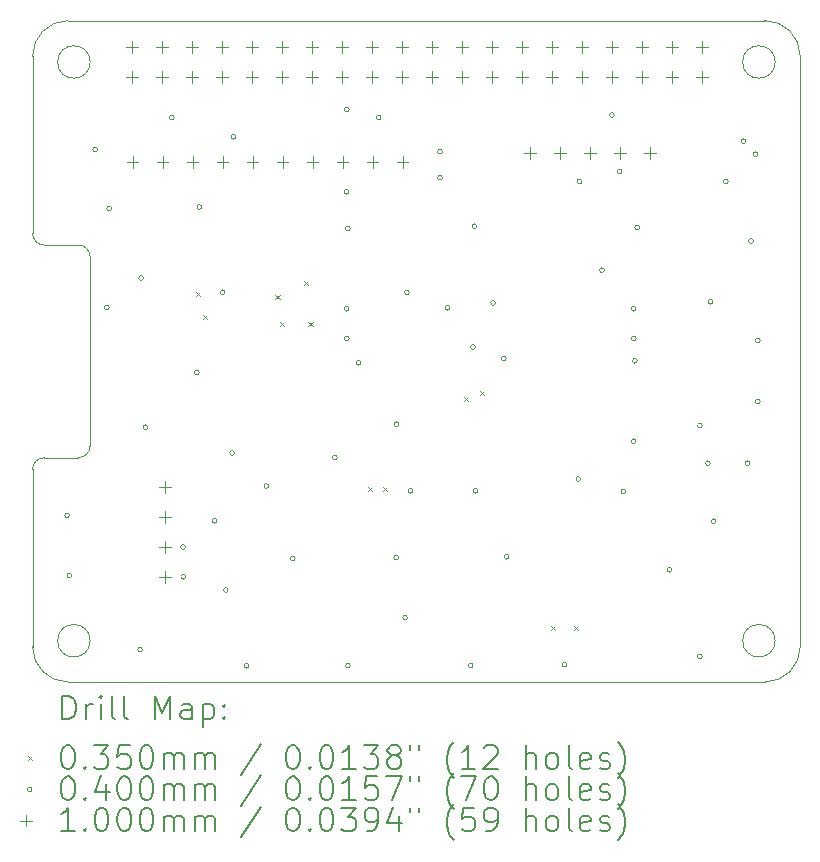
<source format=gbr>
%FSLAX45Y45*%
G04 Gerber Fmt 4.5, Leading zero omitted, Abs format (unit mm)*
G04 Created by KiCad (PCBNEW (6.0.2)) date 2022-03-22 22:12:15*
%MOMM*%
%LPD*%
G01*
G04 APERTURE LIST*
%TA.AperFunction,Profile*%
%ADD10C,0.100000*%
%TD*%
%ADD11C,0.200000*%
%ADD12C,0.035000*%
%ADD13C,0.040000*%
%ADD14C,0.100000*%
G04 APERTURE END LIST*
D10*
X15500000Y-8300000D02*
X15500000Y-13300000D01*
X9100000Y-9900000D02*
X9387500Y-9900000D01*
X15200000Y-13600000D02*
X9300000Y-13600000D01*
X9387500Y-11700000D02*
G75*
G03*
X9487500Y-11600000I0J100000D01*
G01*
X9487500Y-10000000D02*
X9487500Y-10800000D01*
X9487500Y-10800000D02*
X9487500Y-11600000D01*
X9487500Y-8350000D02*
G75*
G03*
X9487500Y-8350000I-137500J0D01*
G01*
X9487500Y-10000000D02*
G75*
G03*
X9387500Y-9900000I-100000J0D01*
G01*
X9300000Y-8000000D02*
X15200000Y-8000000D01*
X15287500Y-13250000D02*
G75*
G03*
X15287500Y-13250000I-137500J0D01*
G01*
X9000000Y-9800000D02*
G75*
G03*
X9100000Y-9900000I100000J0D01*
G01*
X15200000Y-13600000D02*
G75*
G03*
X15500000Y-13300000I0J300000D01*
G01*
X9100000Y-11700000D02*
G75*
G03*
X9000000Y-11800000I0J-100000D01*
G01*
X9487500Y-13250000D02*
G75*
G03*
X9487500Y-13250000I-137500J0D01*
G01*
X9100000Y-11700000D02*
X9387500Y-11700000D01*
X9300000Y-8000000D02*
G75*
G03*
X9000000Y-8300000I0J-300000D01*
G01*
X15287500Y-8350000D02*
G75*
G03*
X15287500Y-8350000I-137500J0D01*
G01*
X15500000Y-8300000D02*
G75*
G03*
X15200000Y-8000000I-300000J0D01*
G01*
X9000000Y-11800000D02*
X9000000Y-13300000D01*
X9000000Y-13300000D02*
G75*
G03*
X9300000Y-13600000I300000J0D01*
G01*
X9000000Y-8300000D02*
X9000000Y-9800000D01*
D11*
D12*
X10380210Y-10293430D02*
X10415210Y-10328430D01*
X10415210Y-10293430D02*
X10380210Y-10328430D01*
X10442500Y-10491500D02*
X10477500Y-10526500D01*
X10477500Y-10491500D02*
X10442500Y-10526500D01*
X11056500Y-10319500D02*
X11091500Y-10354500D01*
X11091500Y-10319500D02*
X11056500Y-10354500D01*
X11093500Y-10547591D02*
X11128500Y-10582591D01*
X11128500Y-10547591D02*
X11093500Y-10582591D01*
X11297500Y-10201500D02*
X11332500Y-10236500D01*
X11332500Y-10201500D02*
X11297500Y-10236500D01*
X11335741Y-10547612D02*
X11370741Y-10582612D01*
X11370741Y-10547612D02*
X11335741Y-10582612D01*
X11837350Y-11948500D02*
X11872350Y-11983500D01*
X11872350Y-11948500D02*
X11837350Y-11983500D01*
X11967650Y-11948500D02*
X12002650Y-11983500D01*
X12002650Y-11948500D02*
X11967650Y-11983500D01*
X12653432Y-11183568D02*
X12688432Y-11218568D01*
X12688432Y-11183568D02*
X12653432Y-11218568D01*
X12784753Y-11131588D02*
X12819753Y-11166588D01*
X12819753Y-11131588D02*
X12784753Y-11166588D01*
X13390500Y-13125500D02*
X13425500Y-13160500D01*
X13425500Y-13125500D02*
X13390500Y-13160500D01*
X13584500Y-13125500D02*
X13619500Y-13160500D01*
X13619500Y-13125500D02*
X13584500Y-13160500D01*
D13*
X9312000Y-12189000D02*
G75*
G03*
X9312000Y-12189000I-20000J0D01*
G01*
X9332000Y-12699000D02*
G75*
G03*
X9332000Y-12699000I-20000J0D01*
G01*
X9550000Y-9090000D02*
G75*
G03*
X9550000Y-9090000I-20000J0D01*
G01*
X9649000Y-10430000D02*
G75*
G03*
X9649000Y-10430000I-20000J0D01*
G01*
X9670000Y-9590000D02*
G75*
G03*
X9670000Y-9590000I-20000J0D01*
G01*
X9931000Y-13326000D02*
G75*
G03*
X9931000Y-13326000I-20000J0D01*
G01*
X9940000Y-10180000D02*
G75*
G03*
X9940000Y-10180000I-20000J0D01*
G01*
X9975000Y-11442000D02*
G75*
G03*
X9975000Y-11442000I-20000J0D01*
G01*
X10200000Y-8820000D02*
G75*
G03*
X10200000Y-8820000I-20000J0D01*
G01*
X10295000Y-12456000D02*
G75*
G03*
X10295000Y-12456000I-20000J0D01*
G01*
X10296000Y-12709000D02*
G75*
G03*
X10296000Y-12709000I-20000J0D01*
G01*
X10410000Y-10980000D02*
G75*
G03*
X10410000Y-10980000I-20000J0D01*
G01*
X10433000Y-9578000D02*
G75*
G03*
X10433000Y-9578000I-20000J0D01*
G01*
X10561000Y-12236000D02*
G75*
G03*
X10561000Y-12236000I-20000J0D01*
G01*
X10630000Y-10300000D02*
G75*
G03*
X10630000Y-10300000I-20000J0D01*
G01*
X10656000Y-12821000D02*
G75*
G03*
X10656000Y-12821000I-20000J0D01*
G01*
X10710000Y-11660000D02*
G75*
G03*
X10710000Y-11660000I-20000J0D01*
G01*
X10722000Y-8984000D02*
G75*
G03*
X10722000Y-8984000I-20000J0D01*
G01*
X10831000Y-13462000D02*
G75*
G03*
X10831000Y-13462000I-20000J0D01*
G01*
X11000000Y-11940000D02*
G75*
G03*
X11000000Y-11940000I-20000J0D01*
G01*
X11224000Y-12554000D02*
G75*
G03*
X11224000Y-12554000I-20000J0D01*
G01*
X11580000Y-11700000D02*
G75*
G03*
X11580000Y-11700000I-20000J0D01*
G01*
X11679000Y-9450000D02*
G75*
G03*
X11679000Y-9450000I-20000J0D01*
G01*
X11680000Y-10440000D02*
G75*
G03*
X11680000Y-10440000I-20000J0D01*
G01*
X11680000Y-10690000D02*
G75*
G03*
X11680000Y-10690000I-20000J0D01*
G01*
X11681000Y-8754000D02*
G75*
G03*
X11681000Y-8754000I-20000J0D01*
G01*
X11690000Y-9760000D02*
G75*
G03*
X11690000Y-9760000I-20000J0D01*
G01*
X11690000Y-13462000D02*
G75*
G03*
X11690000Y-13462000I-20000J0D01*
G01*
X11780000Y-10896000D02*
G75*
G03*
X11780000Y-10896000I-20000J0D01*
G01*
X11950000Y-8820000D02*
G75*
G03*
X11950000Y-8820000I-20000J0D01*
G01*
X12099000Y-12546000D02*
G75*
G03*
X12099000Y-12546000I-20000J0D01*
G01*
X12101510Y-11415283D02*
G75*
G03*
X12101510Y-11415283I-20000J0D01*
G01*
X12174000Y-13054000D02*
G75*
G03*
X12174000Y-13054000I-20000J0D01*
G01*
X12190000Y-10300000D02*
G75*
G03*
X12190000Y-10300000I-20000J0D01*
G01*
X12220000Y-11980000D02*
G75*
G03*
X12220000Y-11980000I-20000J0D01*
G01*
X12470000Y-9110000D02*
G75*
G03*
X12470000Y-9110000I-20000J0D01*
G01*
X12470000Y-9330000D02*
G75*
G03*
X12470000Y-9330000I-20000J0D01*
G01*
X12533000Y-10431000D02*
G75*
G03*
X12533000Y-10431000I-20000J0D01*
G01*
X12729000Y-13460000D02*
G75*
G03*
X12729000Y-13460000I-20000J0D01*
G01*
X12750000Y-10764000D02*
G75*
G03*
X12750000Y-10764000I-20000J0D01*
G01*
X12760000Y-9740000D02*
G75*
G03*
X12760000Y-9740000I-20000J0D01*
G01*
X12770000Y-11980000D02*
G75*
G03*
X12770000Y-11980000I-20000J0D01*
G01*
X12920000Y-10390000D02*
G75*
G03*
X12920000Y-10390000I-20000J0D01*
G01*
X13010000Y-10860000D02*
G75*
G03*
X13010000Y-10860000I-20000J0D01*
G01*
X13034000Y-12539000D02*
G75*
G03*
X13034000Y-12539000I-20000J0D01*
G01*
X13524000Y-13452000D02*
G75*
G03*
X13524000Y-13452000I-20000J0D01*
G01*
X13640000Y-11881000D02*
G75*
G03*
X13640000Y-11881000I-20000J0D01*
G01*
X13651000Y-9362000D02*
G75*
G03*
X13651000Y-9362000I-20000J0D01*
G01*
X13841000Y-10113000D02*
G75*
G03*
X13841000Y-10113000I-20000J0D01*
G01*
X13925000Y-8800000D02*
G75*
G03*
X13925000Y-8800000I-20000J0D01*
G01*
X13991000Y-9276000D02*
G75*
G03*
X13991000Y-9276000I-20000J0D01*
G01*
X14023000Y-11987000D02*
G75*
G03*
X14023000Y-11987000I-20000J0D01*
G01*
X14110000Y-10440000D02*
G75*
G03*
X14110000Y-10440000I-20000J0D01*
G01*
X14110000Y-10690000D02*
G75*
G03*
X14110000Y-10690000I-20000J0D01*
G01*
X14110000Y-11560000D02*
G75*
G03*
X14110000Y-11560000I-20000J0D01*
G01*
X14120000Y-10880000D02*
G75*
G03*
X14120000Y-10880000I-20000J0D01*
G01*
X14140000Y-9750000D02*
G75*
G03*
X14140000Y-9750000I-20000J0D01*
G01*
X14411000Y-12650000D02*
G75*
G03*
X14411000Y-12650000I-20000J0D01*
G01*
X14669000Y-13384000D02*
G75*
G03*
X14669000Y-13384000I-20000J0D01*
G01*
X14670000Y-11430000D02*
G75*
G03*
X14670000Y-11430000I-20000J0D01*
G01*
X14738000Y-11747000D02*
G75*
G03*
X14738000Y-11747000I-20000J0D01*
G01*
X14760000Y-10380000D02*
G75*
G03*
X14760000Y-10380000I-20000J0D01*
G01*
X14787000Y-12238000D02*
G75*
G03*
X14787000Y-12238000I-20000J0D01*
G01*
X14890000Y-9360000D02*
G75*
G03*
X14890000Y-9360000I-20000J0D01*
G01*
X15040000Y-9020000D02*
G75*
G03*
X15040000Y-9020000I-20000J0D01*
G01*
X15074000Y-11747000D02*
G75*
G03*
X15074000Y-11747000I-20000J0D01*
G01*
X15104000Y-9866000D02*
G75*
G03*
X15104000Y-9866000I-20000J0D01*
G01*
X15140000Y-9130000D02*
G75*
G03*
X15140000Y-9130000I-20000J0D01*
G01*
X15160000Y-10709000D02*
G75*
G03*
X15160000Y-10709000I-20000J0D01*
G01*
X15160000Y-11224000D02*
G75*
G03*
X15160000Y-11224000I-20000J0D01*
G01*
D14*
X9840000Y-8175000D02*
X9840000Y-8275000D01*
X9790000Y-8225000D02*
X9890000Y-8225000D01*
X9840000Y-8429000D02*
X9840000Y-8529000D01*
X9790000Y-8479000D02*
X9890000Y-8479000D01*
X9847000Y-9150000D02*
X9847000Y-9250000D01*
X9797000Y-9200000D02*
X9897000Y-9200000D01*
X10094000Y-8175000D02*
X10094000Y-8275000D01*
X10044000Y-8225000D02*
X10144000Y-8225000D01*
X10094000Y-8429000D02*
X10094000Y-8529000D01*
X10044000Y-8479000D02*
X10144000Y-8479000D01*
X10101000Y-9150000D02*
X10101000Y-9250000D01*
X10051000Y-9200000D02*
X10151000Y-9200000D01*
X10120000Y-11898000D02*
X10120000Y-11998000D01*
X10070000Y-11948000D02*
X10170000Y-11948000D01*
X10120000Y-12152000D02*
X10120000Y-12252000D01*
X10070000Y-12202000D02*
X10170000Y-12202000D01*
X10120000Y-12406000D02*
X10120000Y-12506000D01*
X10070000Y-12456000D02*
X10170000Y-12456000D01*
X10120000Y-12660000D02*
X10120000Y-12760000D01*
X10070000Y-12710000D02*
X10170000Y-12710000D01*
X10348000Y-8175000D02*
X10348000Y-8275000D01*
X10298000Y-8225000D02*
X10398000Y-8225000D01*
X10348000Y-8429000D02*
X10348000Y-8529000D01*
X10298000Y-8479000D02*
X10398000Y-8479000D01*
X10355000Y-9150000D02*
X10355000Y-9250000D01*
X10305000Y-9200000D02*
X10405000Y-9200000D01*
X10602000Y-8175000D02*
X10602000Y-8275000D01*
X10552000Y-8225000D02*
X10652000Y-8225000D01*
X10602000Y-8429000D02*
X10602000Y-8529000D01*
X10552000Y-8479000D02*
X10652000Y-8479000D01*
X10609000Y-9150000D02*
X10609000Y-9250000D01*
X10559000Y-9200000D02*
X10659000Y-9200000D01*
X10856000Y-8175000D02*
X10856000Y-8275000D01*
X10806000Y-8225000D02*
X10906000Y-8225000D01*
X10856000Y-8429000D02*
X10856000Y-8529000D01*
X10806000Y-8479000D02*
X10906000Y-8479000D01*
X10863000Y-9150000D02*
X10863000Y-9250000D01*
X10813000Y-9200000D02*
X10913000Y-9200000D01*
X11110000Y-8175000D02*
X11110000Y-8275000D01*
X11060000Y-8225000D02*
X11160000Y-8225000D01*
X11110000Y-8429000D02*
X11110000Y-8529000D01*
X11060000Y-8479000D02*
X11160000Y-8479000D01*
X11117000Y-9150000D02*
X11117000Y-9250000D01*
X11067000Y-9200000D02*
X11167000Y-9200000D01*
X11364000Y-8175000D02*
X11364000Y-8275000D01*
X11314000Y-8225000D02*
X11414000Y-8225000D01*
X11364000Y-8429000D02*
X11364000Y-8529000D01*
X11314000Y-8479000D02*
X11414000Y-8479000D01*
X11371000Y-9150000D02*
X11371000Y-9250000D01*
X11321000Y-9200000D02*
X11421000Y-9200000D01*
X11618000Y-8175000D02*
X11618000Y-8275000D01*
X11568000Y-8225000D02*
X11668000Y-8225000D01*
X11618000Y-8429000D02*
X11618000Y-8529000D01*
X11568000Y-8479000D02*
X11668000Y-8479000D01*
X11625000Y-9150000D02*
X11625000Y-9250000D01*
X11575000Y-9200000D02*
X11675000Y-9200000D01*
X11872000Y-8175000D02*
X11872000Y-8275000D01*
X11822000Y-8225000D02*
X11922000Y-8225000D01*
X11872000Y-8429000D02*
X11872000Y-8529000D01*
X11822000Y-8479000D02*
X11922000Y-8479000D01*
X11879000Y-9150000D02*
X11879000Y-9250000D01*
X11829000Y-9200000D02*
X11929000Y-9200000D01*
X12126000Y-8175000D02*
X12126000Y-8275000D01*
X12076000Y-8225000D02*
X12176000Y-8225000D01*
X12126000Y-8429000D02*
X12126000Y-8529000D01*
X12076000Y-8479000D02*
X12176000Y-8479000D01*
X12133000Y-9150000D02*
X12133000Y-9250000D01*
X12083000Y-9200000D02*
X12183000Y-9200000D01*
X12380000Y-8175000D02*
X12380000Y-8275000D01*
X12330000Y-8225000D02*
X12430000Y-8225000D01*
X12380000Y-8429000D02*
X12380000Y-8529000D01*
X12330000Y-8479000D02*
X12430000Y-8479000D01*
X12634000Y-8175000D02*
X12634000Y-8275000D01*
X12584000Y-8225000D02*
X12684000Y-8225000D01*
X12634000Y-8429000D02*
X12634000Y-8529000D01*
X12584000Y-8479000D02*
X12684000Y-8479000D01*
X12888000Y-8175000D02*
X12888000Y-8275000D01*
X12838000Y-8225000D02*
X12938000Y-8225000D01*
X12888000Y-8429000D02*
X12888000Y-8529000D01*
X12838000Y-8479000D02*
X12938000Y-8479000D01*
X13142000Y-8175000D02*
X13142000Y-8275000D01*
X13092000Y-8225000D02*
X13192000Y-8225000D01*
X13142000Y-8429000D02*
X13142000Y-8529000D01*
X13092000Y-8479000D02*
X13192000Y-8479000D01*
X13209000Y-9072500D02*
X13209000Y-9172500D01*
X13159000Y-9122500D02*
X13259000Y-9122500D01*
X13396000Y-8175000D02*
X13396000Y-8275000D01*
X13346000Y-8225000D02*
X13446000Y-8225000D01*
X13396000Y-8429000D02*
X13396000Y-8529000D01*
X13346000Y-8479000D02*
X13446000Y-8479000D01*
X13463000Y-9072500D02*
X13463000Y-9172500D01*
X13413000Y-9122500D02*
X13513000Y-9122500D01*
X13650000Y-8175000D02*
X13650000Y-8275000D01*
X13600000Y-8225000D02*
X13700000Y-8225000D01*
X13650000Y-8429000D02*
X13650000Y-8529000D01*
X13600000Y-8479000D02*
X13700000Y-8479000D01*
X13717000Y-9072500D02*
X13717000Y-9172500D01*
X13667000Y-9122500D02*
X13767000Y-9122500D01*
X13904000Y-8175000D02*
X13904000Y-8275000D01*
X13854000Y-8225000D02*
X13954000Y-8225000D01*
X13904000Y-8429000D02*
X13904000Y-8529000D01*
X13854000Y-8479000D02*
X13954000Y-8479000D01*
X13971000Y-9072500D02*
X13971000Y-9172500D01*
X13921000Y-9122500D02*
X14021000Y-9122500D01*
X14158000Y-8175000D02*
X14158000Y-8275000D01*
X14108000Y-8225000D02*
X14208000Y-8225000D01*
X14158000Y-8429000D02*
X14158000Y-8529000D01*
X14108000Y-8479000D02*
X14208000Y-8479000D01*
X14225000Y-9072500D02*
X14225000Y-9172500D01*
X14175000Y-9122500D02*
X14275000Y-9122500D01*
X14412000Y-8175000D02*
X14412000Y-8275000D01*
X14362000Y-8225000D02*
X14462000Y-8225000D01*
X14412000Y-8429000D02*
X14412000Y-8529000D01*
X14362000Y-8479000D02*
X14462000Y-8479000D01*
X14666000Y-8175000D02*
X14666000Y-8275000D01*
X14616000Y-8225000D02*
X14716000Y-8225000D01*
X14666000Y-8429000D02*
X14666000Y-8529000D01*
X14616000Y-8479000D02*
X14716000Y-8479000D01*
D11*
X9252619Y-13915476D02*
X9252619Y-13715476D01*
X9300238Y-13715476D01*
X9328810Y-13725000D01*
X9347857Y-13744048D01*
X9357381Y-13763095D01*
X9366905Y-13801190D01*
X9366905Y-13829762D01*
X9357381Y-13867857D01*
X9347857Y-13886905D01*
X9328810Y-13905952D01*
X9300238Y-13915476D01*
X9252619Y-13915476D01*
X9452619Y-13915476D02*
X9452619Y-13782143D01*
X9452619Y-13820238D02*
X9462143Y-13801190D01*
X9471667Y-13791667D01*
X9490714Y-13782143D01*
X9509762Y-13782143D01*
X9576429Y-13915476D02*
X9576429Y-13782143D01*
X9576429Y-13715476D02*
X9566905Y-13725000D01*
X9576429Y-13734524D01*
X9585952Y-13725000D01*
X9576429Y-13715476D01*
X9576429Y-13734524D01*
X9700238Y-13915476D02*
X9681190Y-13905952D01*
X9671667Y-13886905D01*
X9671667Y-13715476D01*
X9805000Y-13915476D02*
X9785952Y-13905952D01*
X9776429Y-13886905D01*
X9776429Y-13715476D01*
X10033571Y-13915476D02*
X10033571Y-13715476D01*
X10100238Y-13858333D01*
X10166905Y-13715476D01*
X10166905Y-13915476D01*
X10347857Y-13915476D02*
X10347857Y-13810714D01*
X10338333Y-13791667D01*
X10319286Y-13782143D01*
X10281190Y-13782143D01*
X10262143Y-13791667D01*
X10347857Y-13905952D02*
X10328810Y-13915476D01*
X10281190Y-13915476D01*
X10262143Y-13905952D01*
X10252619Y-13886905D01*
X10252619Y-13867857D01*
X10262143Y-13848809D01*
X10281190Y-13839286D01*
X10328810Y-13839286D01*
X10347857Y-13829762D01*
X10443095Y-13782143D02*
X10443095Y-13982143D01*
X10443095Y-13791667D02*
X10462143Y-13782143D01*
X10500238Y-13782143D01*
X10519286Y-13791667D01*
X10528810Y-13801190D01*
X10538333Y-13820238D01*
X10538333Y-13877381D01*
X10528810Y-13896428D01*
X10519286Y-13905952D01*
X10500238Y-13915476D01*
X10462143Y-13915476D01*
X10443095Y-13905952D01*
X10624048Y-13896428D02*
X10633571Y-13905952D01*
X10624048Y-13915476D01*
X10614524Y-13905952D01*
X10624048Y-13896428D01*
X10624048Y-13915476D01*
X10624048Y-13791667D02*
X10633571Y-13801190D01*
X10624048Y-13810714D01*
X10614524Y-13801190D01*
X10624048Y-13791667D01*
X10624048Y-13810714D01*
D12*
X8960000Y-14227500D02*
X8995000Y-14262500D01*
X8995000Y-14227500D02*
X8960000Y-14262500D01*
D11*
X9290714Y-14135476D02*
X9309762Y-14135476D01*
X9328810Y-14145000D01*
X9338333Y-14154524D01*
X9347857Y-14173571D01*
X9357381Y-14211667D01*
X9357381Y-14259286D01*
X9347857Y-14297381D01*
X9338333Y-14316428D01*
X9328810Y-14325952D01*
X9309762Y-14335476D01*
X9290714Y-14335476D01*
X9271667Y-14325952D01*
X9262143Y-14316428D01*
X9252619Y-14297381D01*
X9243095Y-14259286D01*
X9243095Y-14211667D01*
X9252619Y-14173571D01*
X9262143Y-14154524D01*
X9271667Y-14145000D01*
X9290714Y-14135476D01*
X9443095Y-14316428D02*
X9452619Y-14325952D01*
X9443095Y-14335476D01*
X9433571Y-14325952D01*
X9443095Y-14316428D01*
X9443095Y-14335476D01*
X9519286Y-14135476D02*
X9643095Y-14135476D01*
X9576429Y-14211667D01*
X9605000Y-14211667D01*
X9624048Y-14221190D01*
X9633571Y-14230714D01*
X9643095Y-14249762D01*
X9643095Y-14297381D01*
X9633571Y-14316428D01*
X9624048Y-14325952D01*
X9605000Y-14335476D01*
X9547857Y-14335476D01*
X9528810Y-14325952D01*
X9519286Y-14316428D01*
X9824048Y-14135476D02*
X9728810Y-14135476D01*
X9719286Y-14230714D01*
X9728810Y-14221190D01*
X9747857Y-14211667D01*
X9795476Y-14211667D01*
X9814524Y-14221190D01*
X9824048Y-14230714D01*
X9833571Y-14249762D01*
X9833571Y-14297381D01*
X9824048Y-14316428D01*
X9814524Y-14325952D01*
X9795476Y-14335476D01*
X9747857Y-14335476D01*
X9728810Y-14325952D01*
X9719286Y-14316428D01*
X9957381Y-14135476D02*
X9976429Y-14135476D01*
X9995476Y-14145000D01*
X10005000Y-14154524D01*
X10014524Y-14173571D01*
X10024048Y-14211667D01*
X10024048Y-14259286D01*
X10014524Y-14297381D01*
X10005000Y-14316428D01*
X9995476Y-14325952D01*
X9976429Y-14335476D01*
X9957381Y-14335476D01*
X9938333Y-14325952D01*
X9928810Y-14316428D01*
X9919286Y-14297381D01*
X9909762Y-14259286D01*
X9909762Y-14211667D01*
X9919286Y-14173571D01*
X9928810Y-14154524D01*
X9938333Y-14145000D01*
X9957381Y-14135476D01*
X10109762Y-14335476D02*
X10109762Y-14202143D01*
X10109762Y-14221190D02*
X10119286Y-14211667D01*
X10138333Y-14202143D01*
X10166905Y-14202143D01*
X10185952Y-14211667D01*
X10195476Y-14230714D01*
X10195476Y-14335476D01*
X10195476Y-14230714D02*
X10205000Y-14211667D01*
X10224048Y-14202143D01*
X10252619Y-14202143D01*
X10271667Y-14211667D01*
X10281190Y-14230714D01*
X10281190Y-14335476D01*
X10376429Y-14335476D02*
X10376429Y-14202143D01*
X10376429Y-14221190D02*
X10385952Y-14211667D01*
X10405000Y-14202143D01*
X10433571Y-14202143D01*
X10452619Y-14211667D01*
X10462143Y-14230714D01*
X10462143Y-14335476D01*
X10462143Y-14230714D02*
X10471667Y-14211667D01*
X10490714Y-14202143D01*
X10519286Y-14202143D01*
X10538333Y-14211667D01*
X10547857Y-14230714D01*
X10547857Y-14335476D01*
X10938333Y-14125952D02*
X10766905Y-14383095D01*
X11195476Y-14135476D02*
X11214524Y-14135476D01*
X11233571Y-14145000D01*
X11243095Y-14154524D01*
X11252619Y-14173571D01*
X11262143Y-14211667D01*
X11262143Y-14259286D01*
X11252619Y-14297381D01*
X11243095Y-14316428D01*
X11233571Y-14325952D01*
X11214524Y-14335476D01*
X11195476Y-14335476D01*
X11176429Y-14325952D01*
X11166905Y-14316428D01*
X11157381Y-14297381D01*
X11147857Y-14259286D01*
X11147857Y-14211667D01*
X11157381Y-14173571D01*
X11166905Y-14154524D01*
X11176429Y-14145000D01*
X11195476Y-14135476D01*
X11347857Y-14316428D02*
X11357381Y-14325952D01*
X11347857Y-14335476D01*
X11338333Y-14325952D01*
X11347857Y-14316428D01*
X11347857Y-14335476D01*
X11481190Y-14135476D02*
X11500238Y-14135476D01*
X11519286Y-14145000D01*
X11528809Y-14154524D01*
X11538333Y-14173571D01*
X11547857Y-14211667D01*
X11547857Y-14259286D01*
X11538333Y-14297381D01*
X11528809Y-14316428D01*
X11519286Y-14325952D01*
X11500238Y-14335476D01*
X11481190Y-14335476D01*
X11462143Y-14325952D01*
X11452619Y-14316428D01*
X11443095Y-14297381D01*
X11433571Y-14259286D01*
X11433571Y-14211667D01*
X11443095Y-14173571D01*
X11452619Y-14154524D01*
X11462143Y-14145000D01*
X11481190Y-14135476D01*
X11738333Y-14335476D02*
X11624048Y-14335476D01*
X11681190Y-14335476D02*
X11681190Y-14135476D01*
X11662143Y-14164048D01*
X11643095Y-14183095D01*
X11624048Y-14192619D01*
X11805000Y-14135476D02*
X11928809Y-14135476D01*
X11862143Y-14211667D01*
X11890714Y-14211667D01*
X11909762Y-14221190D01*
X11919286Y-14230714D01*
X11928809Y-14249762D01*
X11928809Y-14297381D01*
X11919286Y-14316428D01*
X11909762Y-14325952D01*
X11890714Y-14335476D01*
X11833571Y-14335476D01*
X11814524Y-14325952D01*
X11805000Y-14316428D01*
X12043095Y-14221190D02*
X12024048Y-14211667D01*
X12014524Y-14202143D01*
X12005000Y-14183095D01*
X12005000Y-14173571D01*
X12014524Y-14154524D01*
X12024048Y-14145000D01*
X12043095Y-14135476D01*
X12081190Y-14135476D01*
X12100238Y-14145000D01*
X12109762Y-14154524D01*
X12119286Y-14173571D01*
X12119286Y-14183095D01*
X12109762Y-14202143D01*
X12100238Y-14211667D01*
X12081190Y-14221190D01*
X12043095Y-14221190D01*
X12024048Y-14230714D01*
X12014524Y-14240238D01*
X12005000Y-14259286D01*
X12005000Y-14297381D01*
X12014524Y-14316428D01*
X12024048Y-14325952D01*
X12043095Y-14335476D01*
X12081190Y-14335476D01*
X12100238Y-14325952D01*
X12109762Y-14316428D01*
X12119286Y-14297381D01*
X12119286Y-14259286D01*
X12109762Y-14240238D01*
X12100238Y-14230714D01*
X12081190Y-14221190D01*
X12195476Y-14135476D02*
X12195476Y-14173571D01*
X12271667Y-14135476D02*
X12271667Y-14173571D01*
X12566905Y-14411667D02*
X12557381Y-14402143D01*
X12538333Y-14373571D01*
X12528809Y-14354524D01*
X12519286Y-14325952D01*
X12509762Y-14278333D01*
X12509762Y-14240238D01*
X12519286Y-14192619D01*
X12528809Y-14164048D01*
X12538333Y-14145000D01*
X12557381Y-14116428D01*
X12566905Y-14106905D01*
X12747857Y-14335476D02*
X12633571Y-14335476D01*
X12690714Y-14335476D02*
X12690714Y-14135476D01*
X12671667Y-14164048D01*
X12652619Y-14183095D01*
X12633571Y-14192619D01*
X12824048Y-14154524D02*
X12833571Y-14145000D01*
X12852619Y-14135476D01*
X12900238Y-14135476D01*
X12919286Y-14145000D01*
X12928809Y-14154524D01*
X12938333Y-14173571D01*
X12938333Y-14192619D01*
X12928809Y-14221190D01*
X12814524Y-14335476D01*
X12938333Y-14335476D01*
X13176428Y-14335476D02*
X13176428Y-14135476D01*
X13262143Y-14335476D02*
X13262143Y-14230714D01*
X13252619Y-14211667D01*
X13233571Y-14202143D01*
X13205000Y-14202143D01*
X13185952Y-14211667D01*
X13176428Y-14221190D01*
X13385952Y-14335476D02*
X13366905Y-14325952D01*
X13357381Y-14316428D01*
X13347857Y-14297381D01*
X13347857Y-14240238D01*
X13357381Y-14221190D01*
X13366905Y-14211667D01*
X13385952Y-14202143D01*
X13414524Y-14202143D01*
X13433571Y-14211667D01*
X13443095Y-14221190D01*
X13452619Y-14240238D01*
X13452619Y-14297381D01*
X13443095Y-14316428D01*
X13433571Y-14325952D01*
X13414524Y-14335476D01*
X13385952Y-14335476D01*
X13566905Y-14335476D02*
X13547857Y-14325952D01*
X13538333Y-14306905D01*
X13538333Y-14135476D01*
X13719286Y-14325952D02*
X13700238Y-14335476D01*
X13662143Y-14335476D01*
X13643095Y-14325952D01*
X13633571Y-14306905D01*
X13633571Y-14230714D01*
X13643095Y-14211667D01*
X13662143Y-14202143D01*
X13700238Y-14202143D01*
X13719286Y-14211667D01*
X13728809Y-14230714D01*
X13728809Y-14249762D01*
X13633571Y-14268809D01*
X13805000Y-14325952D02*
X13824048Y-14335476D01*
X13862143Y-14335476D01*
X13881190Y-14325952D01*
X13890714Y-14306905D01*
X13890714Y-14297381D01*
X13881190Y-14278333D01*
X13862143Y-14268809D01*
X13833571Y-14268809D01*
X13814524Y-14259286D01*
X13805000Y-14240238D01*
X13805000Y-14230714D01*
X13814524Y-14211667D01*
X13833571Y-14202143D01*
X13862143Y-14202143D01*
X13881190Y-14211667D01*
X13957381Y-14411667D02*
X13966905Y-14402143D01*
X13985952Y-14373571D01*
X13995476Y-14354524D01*
X14005000Y-14325952D01*
X14014524Y-14278333D01*
X14014524Y-14240238D01*
X14005000Y-14192619D01*
X13995476Y-14164048D01*
X13985952Y-14145000D01*
X13966905Y-14116428D01*
X13957381Y-14106905D01*
D13*
X8995000Y-14509000D02*
G75*
G03*
X8995000Y-14509000I-20000J0D01*
G01*
D11*
X9290714Y-14399476D02*
X9309762Y-14399476D01*
X9328810Y-14409000D01*
X9338333Y-14418524D01*
X9347857Y-14437571D01*
X9357381Y-14475667D01*
X9357381Y-14523286D01*
X9347857Y-14561381D01*
X9338333Y-14580428D01*
X9328810Y-14589952D01*
X9309762Y-14599476D01*
X9290714Y-14599476D01*
X9271667Y-14589952D01*
X9262143Y-14580428D01*
X9252619Y-14561381D01*
X9243095Y-14523286D01*
X9243095Y-14475667D01*
X9252619Y-14437571D01*
X9262143Y-14418524D01*
X9271667Y-14409000D01*
X9290714Y-14399476D01*
X9443095Y-14580428D02*
X9452619Y-14589952D01*
X9443095Y-14599476D01*
X9433571Y-14589952D01*
X9443095Y-14580428D01*
X9443095Y-14599476D01*
X9624048Y-14466143D02*
X9624048Y-14599476D01*
X9576429Y-14389952D02*
X9528810Y-14532809D01*
X9652619Y-14532809D01*
X9766905Y-14399476D02*
X9785952Y-14399476D01*
X9805000Y-14409000D01*
X9814524Y-14418524D01*
X9824048Y-14437571D01*
X9833571Y-14475667D01*
X9833571Y-14523286D01*
X9824048Y-14561381D01*
X9814524Y-14580428D01*
X9805000Y-14589952D01*
X9785952Y-14599476D01*
X9766905Y-14599476D01*
X9747857Y-14589952D01*
X9738333Y-14580428D01*
X9728810Y-14561381D01*
X9719286Y-14523286D01*
X9719286Y-14475667D01*
X9728810Y-14437571D01*
X9738333Y-14418524D01*
X9747857Y-14409000D01*
X9766905Y-14399476D01*
X9957381Y-14399476D02*
X9976429Y-14399476D01*
X9995476Y-14409000D01*
X10005000Y-14418524D01*
X10014524Y-14437571D01*
X10024048Y-14475667D01*
X10024048Y-14523286D01*
X10014524Y-14561381D01*
X10005000Y-14580428D01*
X9995476Y-14589952D01*
X9976429Y-14599476D01*
X9957381Y-14599476D01*
X9938333Y-14589952D01*
X9928810Y-14580428D01*
X9919286Y-14561381D01*
X9909762Y-14523286D01*
X9909762Y-14475667D01*
X9919286Y-14437571D01*
X9928810Y-14418524D01*
X9938333Y-14409000D01*
X9957381Y-14399476D01*
X10109762Y-14599476D02*
X10109762Y-14466143D01*
X10109762Y-14485190D02*
X10119286Y-14475667D01*
X10138333Y-14466143D01*
X10166905Y-14466143D01*
X10185952Y-14475667D01*
X10195476Y-14494714D01*
X10195476Y-14599476D01*
X10195476Y-14494714D02*
X10205000Y-14475667D01*
X10224048Y-14466143D01*
X10252619Y-14466143D01*
X10271667Y-14475667D01*
X10281190Y-14494714D01*
X10281190Y-14599476D01*
X10376429Y-14599476D02*
X10376429Y-14466143D01*
X10376429Y-14485190D02*
X10385952Y-14475667D01*
X10405000Y-14466143D01*
X10433571Y-14466143D01*
X10452619Y-14475667D01*
X10462143Y-14494714D01*
X10462143Y-14599476D01*
X10462143Y-14494714D02*
X10471667Y-14475667D01*
X10490714Y-14466143D01*
X10519286Y-14466143D01*
X10538333Y-14475667D01*
X10547857Y-14494714D01*
X10547857Y-14599476D01*
X10938333Y-14389952D02*
X10766905Y-14647095D01*
X11195476Y-14399476D02*
X11214524Y-14399476D01*
X11233571Y-14409000D01*
X11243095Y-14418524D01*
X11252619Y-14437571D01*
X11262143Y-14475667D01*
X11262143Y-14523286D01*
X11252619Y-14561381D01*
X11243095Y-14580428D01*
X11233571Y-14589952D01*
X11214524Y-14599476D01*
X11195476Y-14599476D01*
X11176429Y-14589952D01*
X11166905Y-14580428D01*
X11157381Y-14561381D01*
X11147857Y-14523286D01*
X11147857Y-14475667D01*
X11157381Y-14437571D01*
X11166905Y-14418524D01*
X11176429Y-14409000D01*
X11195476Y-14399476D01*
X11347857Y-14580428D02*
X11357381Y-14589952D01*
X11347857Y-14599476D01*
X11338333Y-14589952D01*
X11347857Y-14580428D01*
X11347857Y-14599476D01*
X11481190Y-14399476D02*
X11500238Y-14399476D01*
X11519286Y-14409000D01*
X11528809Y-14418524D01*
X11538333Y-14437571D01*
X11547857Y-14475667D01*
X11547857Y-14523286D01*
X11538333Y-14561381D01*
X11528809Y-14580428D01*
X11519286Y-14589952D01*
X11500238Y-14599476D01*
X11481190Y-14599476D01*
X11462143Y-14589952D01*
X11452619Y-14580428D01*
X11443095Y-14561381D01*
X11433571Y-14523286D01*
X11433571Y-14475667D01*
X11443095Y-14437571D01*
X11452619Y-14418524D01*
X11462143Y-14409000D01*
X11481190Y-14399476D01*
X11738333Y-14599476D02*
X11624048Y-14599476D01*
X11681190Y-14599476D02*
X11681190Y-14399476D01*
X11662143Y-14428048D01*
X11643095Y-14447095D01*
X11624048Y-14456619D01*
X11919286Y-14399476D02*
X11824048Y-14399476D01*
X11814524Y-14494714D01*
X11824048Y-14485190D01*
X11843095Y-14475667D01*
X11890714Y-14475667D01*
X11909762Y-14485190D01*
X11919286Y-14494714D01*
X11928809Y-14513762D01*
X11928809Y-14561381D01*
X11919286Y-14580428D01*
X11909762Y-14589952D01*
X11890714Y-14599476D01*
X11843095Y-14599476D01*
X11824048Y-14589952D01*
X11814524Y-14580428D01*
X11995476Y-14399476D02*
X12128809Y-14399476D01*
X12043095Y-14599476D01*
X12195476Y-14399476D02*
X12195476Y-14437571D01*
X12271667Y-14399476D02*
X12271667Y-14437571D01*
X12566905Y-14675667D02*
X12557381Y-14666143D01*
X12538333Y-14637571D01*
X12528809Y-14618524D01*
X12519286Y-14589952D01*
X12509762Y-14542333D01*
X12509762Y-14504238D01*
X12519286Y-14456619D01*
X12528809Y-14428048D01*
X12538333Y-14409000D01*
X12557381Y-14380428D01*
X12566905Y-14370905D01*
X12624048Y-14399476D02*
X12757381Y-14399476D01*
X12671667Y-14599476D01*
X12871667Y-14399476D02*
X12890714Y-14399476D01*
X12909762Y-14409000D01*
X12919286Y-14418524D01*
X12928809Y-14437571D01*
X12938333Y-14475667D01*
X12938333Y-14523286D01*
X12928809Y-14561381D01*
X12919286Y-14580428D01*
X12909762Y-14589952D01*
X12890714Y-14599476D01*
X12871667Y-14599476D01*
X12852619Y-14589952D01*
X12843095Y-14580428D01*
X12833571Y-14561381D01*
X12824048Y-14523286D01*
X12824048Y-14475667D01*
X12833571Y-14437571D01*
X12843095Y-14418524D01*
X12852619Y-14409000D01*
X12871667Y-14399476D01*
X13176428Y-14599476D02*
X13176428Y-14399476D01*
X13262143Y-14599476D02*
X13262143Y-14494714D01*
X13252619Y-14475667D01*
X13233571Y-14466143D01*
X13205000Y-14466143D01*
X13185952Y-14475667D01*
X13176428Y-14485190D01*
X13385952Y-14599476D02*
X13366905Y-14589952D01*
X13357381Y-14580428D01*
X13347857Y-14561381D01*
X13347857Y-14504238D01*
X13357381Y-14485190D01*
X13366905Y-14475667D01*
X13385952Y-14466143D01*
X13414524Y-14466143D01*
X13433571Y-14475667D01*
X13443095Y-14485190D01*
X13452619Y-14504238D01*
X13452619Y-14561381D01*
X13443095Y-14580428D01*
X13433571Y-14589952D01*
X13414524Y-14599476D01*
X13385952Y-14599476D01*
X13566905Y-14599476D02*
X13547857Y-14589952D01*
X13538333Y-14570905D01*
X13538333Y-14399476D01*
X13719286Y-14589952D02*
X13700238Y-14599476D01*
X13662143Y-14599476D01*
X13643095Y-14589952D01*
X13633571Y-14570905D01*
X13633571Y-14494714D01*
X13643095Y-14475667D01*
X13662143Y-14466143D01*
X13700238Y-14466143D01*
X13719286Y-14475667D01*
X13728809Y-14494714D01*
X13728809Y-14513762D01*
X13633571Y-14532809D01*
X13805000Y-14589952D02*
X13824048Y-14599476D01*
X13862143Y-14599476D01*
X13881190Y-14589952D01*
X13890714Y-14570905D01*
X13890714Y-14561381D01*
X13881190Y-14542333D01*
X13862143Y-14532809D01*
X13833571Y-14532809D01*
X13814524Y-14523286D01*
X13805000Y-14504238D01*
X13805000Y-14494714D01*
X13814524Y-14475667D01*
X13833571Y-14466143D01*
X13862143Y-14466143D01*
X13881190Y-14475667D01*
X13957381Y-14675667D02*
X13966905Y-14666143D01*
X13985952Y-14637571D01*
X13995476Y-14618524D01*
X14005000Y-14589952D01*
X14014524Y-14542333D01*
X14014524Y-14504238D01*
X14005000Y-14456619D01*
X13995476Y-14428048D01*
X13985952Y-14409000D01*
X13966905Y-14380428D01*
X13957381Y-14370905D01*
D14*
X8945000Y-14723000D02*
X8945000Y-14823000D01*
X8895000Y-14773000D02*
X8995000Y-14773000D01*
D11*
X9357381Y-14863476D02*
X9243095Y-14863476D01*
X9300238Y-14863476D02*
X9300238Y-14663476D01*
X9281190Y-14692048D01*
X9262143Y-14711095D01*
X9243095Y-14720619D01*
X9443095Y-14844428D02*
X9452619Y-14853952D01*
X9443095Y-14863476D01*
X9433571Y-14853952D01*
X9443095Y-14844428D01*
X9443095Y-14863476D01*
X9576429Y-14663476D02*
X9595476Y-14663476D01*
X9614524Y-14673000D01*
X9624048Y-14682524D01*
X9633571Y-14701571D01*
X9643095Y-14739667D01*
X9643095Y-14787286D01*
X9633571Y-14825381D01*
X9624048Y-14844428D01*
X9614524Y-14853952D01*
X9595476Y-14863476D01*
X9576429Y-14863476D01*
X9557381Y-14853952D01*
X9547857Y-14844428D01*
X9538333Y-14825381D01*
X9528810Y-14787286D01*
X9528810Y-14739667D01*
X9538333Y-14701571D01*
X9547857Y-14682524D01*
X9557381Y-14673000D01*
X9576429Y-14663476D01*
X9766905Y-14663476D02*
X9785952Y-14663476D01*
X9805000Y-14673000D01*
X9814524Y-14682524D01*
X9824048Y-14701571D01*
X9833571Y-14739667D01*
X9833571Y-14787286D01*
X9824048Y-14825381D01*
X9814524Y-14844428D01*
X9805000Y-14853952D01*
X9785952Y-14863476D01*
X9766905Y-14863476D01*
X9747857Y-14853952D01*
X9738333Y-14844428D01*
X9728810Y-14825381D01*
X9719286Y-14787286D01*
X9719286Y-14739667D01*
X9728810Y-14701571D01*
X9738333Y-14682524D01*
X9747857Y-14673000D01*
X9766905Y-14663476D01*
X9957381Y-14663476D02*
X9976429Y-14663476D01*
X9995476Y-14673000D01*
X10005000Y-14682524D01*
X10014524Y-14701571D01*
X10024048Y-14739667D01*
X10024048Y-14787286D01*
X10014524Y-14825381D01*
X10005000Y-14844428D01*
X9995476Y-14853952D01*
X9976429Y-14863476D01*
X9957381Y-14863476D01*
X9938333Y-14853952D01*
X9928810Y-14844428D01*
X9919286Y-14825381D01*
X9909762Y-14787286D01*
X9909762Y-14739667D01*
X9919286Y-14701571D01*
X9928810Y-14682524D01*
X9938333Y-14673000D01*
X9957381Y-14663476D01*
X10109762Y-14863476D02*
X10109762Y-14730143D01*
X10109762Y-14749190D02*
X10119286Y-14739667D01*
X10138333Y-14730143D01*
X10166905Y-14730143D01*
X10185952Y-14739667D01*
X10195476Y-14758714D01*
X10195476Y-14863476D01*
X10195476Y-14758714D02*
X10205000Y-14739667D01*
X10224048Y-14730143D01*
X10252619Y-14730143D01*
X10271667Y-14739667D01*
X10281190Y-14758714D01*
X10281190Y-14863476D01*
X10376429Y-14863476D02*
X10376429Y-14730143D01*
X10376429Y-14749190D02*
X10385952Y-14739667D01*
X10405000Y-14730143D01*
X10433571Y-14730143D01*
X10452619Y-14739667D01*
X10462143Y-14758714D01*
X10462143Y-14863476D01*
X10462143Y-14758714D02*
X10471667Y-14739667D01*
X10490714Y-14730143D01*
X10519286Y-14730143D01*
X10538333Y-14739667D01*
X10547857Y-14758714D01*
X10547857Y-14863476D01*
X10938333Y-14653952D02*
X10766905Y-14911095D01*
X11195476Y-14663476D02*
X11214524Y-14663476D01*
X11233571Y-14673000D01*
X11243095Y-14682524D01*
X11252619Y-14701571D01*
X11262143Y-14739667D01*
X11262143Y-14787286D01*
X11252619Y-14825381D01*
X11243095Y-14844428D01*
X11233571Y-14853952D01*
X11214524Y-14863476D01*
X11195476Y-14863476D01*
X11176429Y-14853952D01*
X11166905Y-14844428D01*
X11157381Y-14825381D01*
X11147857Y-14787286D01*
X11147857Y-14739667D01*
X11157381Y-14701571D01*
X11166905Y-14682524D01*
X11176429Y-14673000D01*
X11195476Y-14663476D01*
X11347857Y-14844428D02*
X11357381Y-14853952D01*
X11347857Y-14863476D01*
X11338333Y-14853952D01*
X11347857Y-14844428D01*
X11347857Y-14863476D01*
X11481190Y-14663476D02*
X11500238Y-14663476D01*
X11519286Y-14673000D01*
X11528809Y-14682524D01*
X11538333Y-14701571D01*
X11547857Y-14739667D01*
X11547857Y-14787286D01*
X11538333Y-14825381D01*
X11528809Y-14844428D01*
X11519286Y-14853952D01*
X11500238Y-14863476D01*
X11481190Y-14863476D01*
X11462143Y-14853952D01*
X11452619Y-14844428D01*
X11443095Y-14825381D01*
X11433571Y-14787286D01*
X11433571Y-14739667D01*
X11443095Y-14701571D01*
X11452619Y-14682524D01*
X11462143Y-14673000D01*
X11481190Y-14663476D01*
X11614524Y-14663476D02*
X11738333Y-14663476D01*
X11671667Y-14739667D01*
X11700238Y-14739667D01*
X11719286Y-14749190D01*
X11728809Y-14758714D01*
X11738333Y-14777762D01*
X11738333Y-14825381D01*
X11728809Y-14844428D01*
X11719286Y-14853952D01*
X11700238Y-14863476D01*
X11643095Y-14863476D01*
X11624048Y-14853952D01*
X11614524Y-14844428D01*
X11833571Y-14863476D02*
X11871667Y-14863476D01*
X11890714Y-14853952D01*
X11900238Y-14844428D01*
X11919286Y-14815857D01*
X11928809Y-14777762D01*
X11928809Y-14701571D01*
X11919286Y-14682524D01*
X11909762Y-14673000D01*
X11890714Y-14663476D01*
X11852619Y-14663476D01*
X11833571Y-14673000D01*
X11824048Y-14682524D01*
X11814524Y-14701571D01*
X11814524Y-14749190D01*
X11824048Y-14768238D01*
X11833571Y-14777762D01*
X11852619Y-14787286D01*
X11890714Y-14787286D01*
X11909762Y-14777762D01*
X11919286Y-14768238D01*
X11928809Y-14749190D01*
X12100238Y-14730143D02*
X12100238Y-14863476D01*
X12052619Y-14653952D02*
X12005000Y-14796809D01*
X12128809Y-14796809D01*
X12195476Y-14663476D02*
X12195476Y-14701571D01*
X12271667Y-14663476D02*
X12271667Y-14701571D01*
X12566905Y-14939667D02*
X12557381Y-14930143D01*
X12538333Y-14901571D01*
X12528809Y-14882524D01*
X12519286Y-14853952D01*
X12509762Y-14806333D01*
X12509762Y-14768238D01*
X12519286Y-14720619D01*
X12528809Y-14692048D01*
X12538333Y-14673000D01*
X12557381Y-14644428D01*
X12566905Y-14634905D01*
X12738333Y-14663476D02*
X12643095Y-14663476D01*
X12633571Y-14758714D01*
X12643095Y-14749190D01*
X12662143Y-14739667D01*
X12709762Y-14739667D01*
X12728809Y-14749190D01*
X12738333Y-14758714D01*
X12747857Y-14777762D01*
X12747857Y-14825381D01*
X12738333Y-14844428D01*
X12728809Y-14853952D01*
X12709762Y-14863476D01*
X12662143Y-14863476D01*
X12643095Y-14853952D01*
X12633571Y-14844428D01*
X12843095Y-14863476D02*
X12881190Y-14863476D01*
X12900238Y-14853952D01*
X12909762Y-14844428D01*
X12928809Y-14815857D01*
X12938333Y-14777762D01*
X12938333Y-14701571D01*
X12928809Y-14682524D01*
X12919286Y-14673000D01*
X12900238Y-14663476D01*
X12862143Y-14663476D01*
X12843095Y-14673000D01*
X12833571Y-14682524D01*
X12824048Y-14701571D01*
X12824048Y-14749190D01*
X12833571Y-14768238D01*
X12843095Y-14777762D01*
X12862143Y-14787286D01*
X12900238Y-14787286D01*
X12919286Y-14777762D01*
X12928809Y-14768238D01*
X12938333Y-14749190D01*
X13176428Y-14863476D02*
X13176428Y-14663476D01*
X13262143Y-14863476D02*
X13262143Y-14758714D01*
X13252619Y-14739667D01*
X13233571Y-14730143D01*
X13205000Y-14730143D01*
X13185952Y-14739667D01*
X13176428Y-14749190D01*
X13385952Y-14863476D02*
X13366905Y-14853952D01*
X13357381Y-14844428D01*
X13347857Y-14825381D01*
X13347857Y-14768238D01*
X13357381Y-14749190D01*
X13366905Y-14739667D01*
X13385952Y-14730143D01*
X13414524Y-14730143D01*
X13433571Y-14739667D01*
X13443095Y-14749190D01*
X13452619Y-14768238D01*
X13452619Y-14825381D01*
X13443095Y-14844428D01*
X13433571Y-14853952D01*
X13414524Y-14863476D01*
X13385952Y-14863476D01*
X13566905Y-14863476D02*
X13547857Y-14853952D01*
X13538333Y-14834905D01*
X13538333Y-14663476D01*
X13719286Y-14853952D02*
X13700238Y-14863476D01*
X13662143Y-14863476D01*
X13643095Y-14853952D01*
X13633571Y-14834905D01*
X13633571Y-14758714D01*
X13643095Y-14739667D01*
X13662143Y-14730143D01*
X13700238Y-14730143D01*
X13719286Y-14739667D01*
X13728809Y-14758714D01*
X13728809Y-14777762D01*
X13633571Y-14796809D01*
X13805000Y-14853952D02*
X13824048Y-14863476D01*
X13862143Y-14863476D01*
X13881190Y-14853952D01*
X13890714Y-14834905D01*
X13890714Y-14825381D01*
X13881190Y-14806333D01*
X13862143Y-14796809D01*
X13833571Y-14796809D01*
X13814524Y-14787286D01*
X13805000Y-14768238D01*
X13805000Y-14758714D01*
X13814524Y-14739667D01*
X13833571Y-14730143D01*
X13862143Y-14730143D01*
X13881190Y-14739667D01*
X13957381Y-14939667D02*
X13966905Y-14930143D01*
X13985952Y-14901571D01*
X13995476Y-14882524D01*
X14005000Y-14853952D01*
X14014524Y-14806333D01*
X14014524Y-14768238D01*
X14005000Y-14720619D01*
X13995476Y-14692048D01*
X13985952Y-14673000D01*
X13966905Y-14644428D01*
X13957381Y-14634905D01*
M02*

</source>
